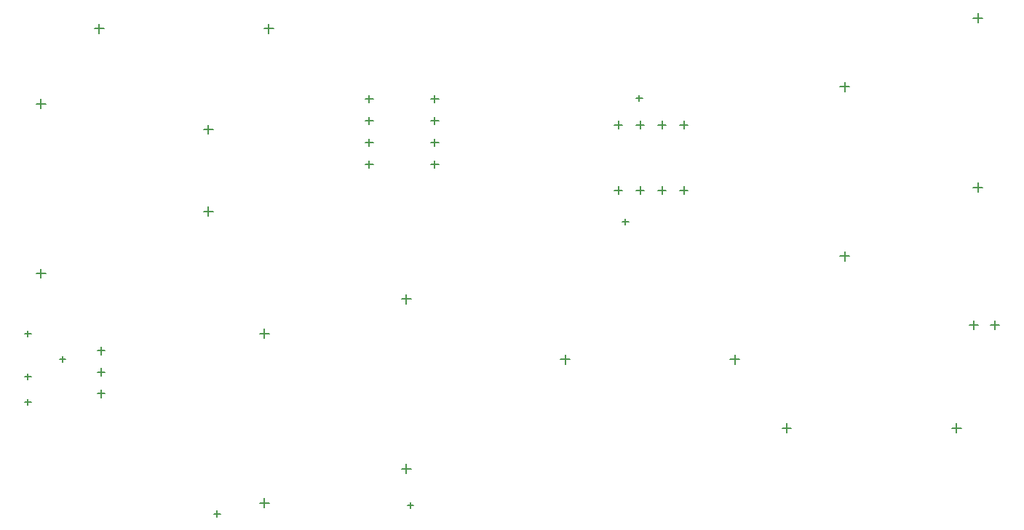
<source format=gbr>
%TF.GenerationSoftware,Altium Limited,Altium Designer,24.9.1 (31)*%
G04 Layer_Color=128*
%FSLAX45Y45*%
%MOMM*%
%TF.SameCoordinates,90D1A1F6-6801-43AA-A97B-90F854C06351*%
%TF.FilePolarity,Positive*%
%TF.FileFunction,Drillmap*%
%TF.Part,Single*%
G01*
G75*
%TA.AperFunction,NonConductor*%
%ADD49C,0.12700*%
D49*
X4165000Y4600000D02*
X4235000D01*
X4200000Y4565000D02*
Y4635000D01*
X4165000Y5100000D02*
X4235000D01*
X4200000Y5065000D02*
Y5135000D01*
X8545390Y5500000D02*
X8654610D01*
X8600000Y5445390D02*
Y5554610D01*
X8545390Y3526420D02*
X8654610D01*
X8600000Y3471810D02*
Y3581030D01*
X6895390Y5100000D02*
X7004610D01*
X6950000Y5045390D02*
Y5154610D01*
X6895390Y3126420D02*
X7004610D01*
X6950000Y3071810D02*
Y3181030D01*
X11786000Y7531000D02*
X11876000D01*
X11831000Y7486000D02*
Y7576000D01*
X11532000Y7531000D02*
X11622000D01*
X11577000Y7486000D02*
Y7576000D01*
X11278000Y7531000D02*
X11368000D01*
X11323000Y7486000D02*
Y7576000D01*
X11024000Y7531000D02*
X11114000D01*
X11069000Y7486000D02*
Y7576000D01*
X11786000Y6769000D02*
X11876000D01*
X11831000Y6724000D02*
Y6814000D01*
X11532000Y6769000D02*
X11622000D01*
X11577000Y6724000D02*
Y6814000D01*
X11278000Y6769000D02*
X11368000D01*
X11323000Y6724000D02*
Y6814000D01*
X11024000Y6769000D02*
X11114000D01*
X11069000Y6724000D02*
Y6814000D01*
X8124000Y7831000D02*
X8214000D01*
X8169000Y7786000D02*
Y7876000D01*
X8124000Y7577000D02*
X8214000D01*
X8169000Y7532000D02*
Y7622000D01*
X8124000Y7323000D02*
X8214000D01*
X8169000Y7278000D02*
Y7368000D01*
X8124000Y7069000D02*
X8214000D01*
X8169000Y7024000D02*
Y7114000D01*
X8886000Y7831000D02*
X8976000D01*
X8931000Y7786000D02*
Y7876000D01*
X8886000Y7577000D02*
X8976000D01*
X8931000Y7532000D02*
Y7622000D01*
X8886000Y7323000D02*
X8976000D01*
X8931000Y7278000D02*
Y7368000D01*
X8886000Y7069000D02*
X8976000D01*
X8931000Y7024000D02*
Y7114000D01*
X6945390Y8650000D02*
X7054610D01*
X7000000Y8595390D02*
Y8704610D01*
X4971810Y8650000D02*
X5081030D01*
X5026420Y8595390D02*
Y8704610D01*
X5005000Y4900000D02*
X5095000D01*
X5050000Y4855000D02*
Y4945000D01*
X5005000Y4650000D02*
X5095000D01*
X5050000Y4605000D02*
Y4695000D01*
X5005000Y4400000D02*
X5095000D01*
X5050000Y4355000D02*
Y4445000D01*
X15195390Y8773580D02*
X15304610D01*
X15250000Y8718970D02*
Y8828190D01*
X15195390Y6800000D02*
X15304610D01*
X15250000Y6745390D02*
Y6854610D01*
X12971809Y4000000D02*
X13081030D01*
X13026421Y3945390D02*
Y4054610D01*
X14945390Y4000000D02*
X15054610D01*
X15000000Y3945390D02*
Y4054610D01*
X6247500Y6523000D02*
X6352500D01*
X6300000Y6470500D02*
Y6575500D01*
X6247500Y7477000D02*
X6352500D01*
X6300000Y7424500D02*
Y7529500D01*
X4295390Y7773580D02*
X4404610D01*
X4350000Y7718970D02*
Y7828190D01*
X4295390Y5800000D02*
X4404610D01*
X4350000Y5745390D02*
Y5854610D01*
X10395390Y4800000D02*
X10504610D01*
X10450000Y4745390D02*
Y4854610D01*
X12368970Y4800000D02*
X12478190D01*
X12423580Y4745390D02*
Y4854610D01*
X15400000Y5200000D02*
X15500000D01*
X15450000Y5150000D02*
Y5250000D01*
X15150000Y5200000D02*
X15250000D01*
X15200000Y5150000D02*
Y5250000D01*
X13645390Y6000000D02*
X13754610D01*
X13700000Y5945390D02*
Y6054610D01*
X13645390Y7973580D02*
X13754610D01*
X13700000Y7918970D02*
Y8028190D01*
X4164440Y4300000D02*
X4235560D01*
X4200000Y4264440D02*
Y4335560D01*
X11275940Y7838500D02*
X11347060D01*
X11311500Y7802940D02*
Y7874060D01*
X11114440Y6400000D02*
X11185560D01*
X11150000Y6364440D02*
Y6435560D01*
X6364440Y3000000D02*
X6435560D01*
X6400000Y2964440D02*
Y3035560D01*
X8614440Y3100000D02*
X8685560D01*
X8650000Y3064440D02*
Y3135560D01*
X4564440Y4800000D02*
X4635560D01*
X4600000Y4764440D02*
Y4835560D01*
%TF.MD5,f93e8e6ac52c729e45fc8b3fb350fd6c*%
M02*

</source>
